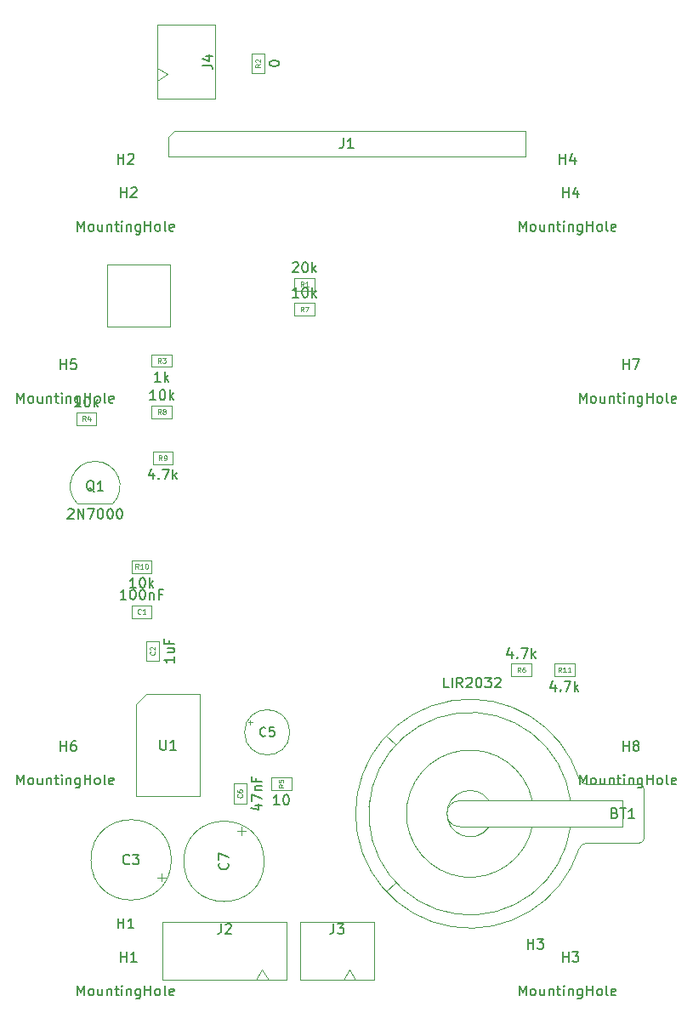
<source format=gbr>
%TF.GenerationSoftware,KiCad,Pcbnew,(5.1.8)-1*%
%TF.CreationDate,2022-11-15T12:17:50-08:00*%
%TF.ProjectId,RetroClock,52657472-6f43-46c6-9f63-6b2e6b696361,rev?*%
%TF.SameCoordinates,Original*%
%TF.FileFunction,Other,Fab,Top*%
%FSLAX46Y46*%
G04 Gerber Fmt 4.6, Leading zero omitted, Abs format (unit mm)*
G04 Created by KiCad (PCBNEW (5.1.8)-1) date 2022-11-15 12:17:50*
%MOMM*%
%LPD*%
G01*
G04 APERTURE LIST*
%ADD10C,0.100000*%
%ADD11C,0.150000*%
%ADD12C,0.080000*%
%ADD13C,0.135000*%
G04 APERTURE END LIST*
D10*
%TO.C,BT1*%
X168928800Y-130978400D02*
X169843200Y-131816600D01*
X168928800Y-146421600D02*
X169868600Y-145558000D01*
X188969400Y-141600000D02*
X194200000Y-141600000D01*
X194200000Y-135800000D02*
X188969400Y-135800000D01*
X194600000Y-141200000D02*
X194600000Y-136200000D01*
X192500000Y-137400000D02*
X176300000Y-137400000D01*
X176300000Y-140000000D02*
X192500000Y-140000000D01*
X192500000Y-140000000D02*
X192500000Y-137400000D01*
X194200000Y-141600000D02*
G75*
G03*
X194600000Y-141200000I0J400000D01*
G01*
X194200000Y-135800000D02*
G75*
G02*
X194600000Y-136200000I0J-400000D01*
G01*
X176300000Y-137400000D02*
G75*
G03*
X176300000Y-140000000I0J-1300000D01*
G01*
X188154277Y-142192182D02*
G75*
G02*
X189000000Y-141600000I845723J-307818D01*
G01*
X167300000Y-137400000D02*
G75*
G03*
X187300000Y-140000000I10000000J-1300000D01*
G01*
X170968450Y-138496369D02*
G75*
G03*
X183500000Y-140000000I6331550J-203631D01*
G01*
X175004552Y-138524167D02*
G75*
G03*
X179200000Y-140000000I2295448J-175833D01*
G01*
X175004552Y-138875833D02*
G75*
G02*
X179200000Y-137400000I2295448J175833D01*
G01*
X170968450Y-138903631D02*
G75*
G02*
X183500000Y-137400000I6331550J203631D01*
G01*
X167300000Y-140000000D02*
G75*
G02*
X187300000Y-137400000I10000000J1300000D01*
G01*
X165899701Y-138624649D02*
G75*
G03*
X188150000Y-142200000I11400299J-75351D01*
G01*
X165899701Y-138775351D02*
G75*
G02*
X188150000Y-135200000I11400299J75351D01*
G01*
X188154277Y-135207818D02*
G75*
G03*
X189000000Y-135800000I845723J307818D01*
G01*
%TO.C,C2*%
X146325000Y-121500000D02*
X146325000Y-123500000D01*
X145075000Y-121500000D02*
X146325000Y-121500000D01*
X145075000Y-123500000D02*
X145075000Y-121500000D01*
X146325000Y-123500000D02*
X145075000Y-123500000D01*
%TO.C,C6*%
X155025000Y-135700000D02*
X155025000Y-137700000D01*
X153775000Y-135700000D02*
X155025000Y-135700000D01*
X153775000Y-137700000D02*
X153775000Y-135700000D01*
X155025000Y-137700000D02*
X153775000Y-137700000D01*
%TO.C,C1*%
X143600000Y-117975000D02*
X145600000Y-117975000D01*
X143600000Y-119225000D02*
X143600000Y-117975000D01*
X145600000Y-119225000D02*
X143600000Y-119225000D01*
X145600000Y-117975000D02*
X145600000Y-119225000D01*
%TO.C,R11*%
X187700000Y-125025000D02*
X185700000Y-125025000D01*
X187700000Y-123775000D02*
X187700000Y-125025000D01*
X185700000Y-123775000D02*
X187700000Y-123775000D01*
X185700000Y-125025000D02*
X185700000Y-123775000D01*
%TO.C,R10*%
X145600000Y-114725000D02*
X143600000Y-114725000D01*
X145600000Y-113475000D02*
X145600000Y-114725000D01*
X143600000Y-113475000D02*
X145600000Y-113475000D01*
X143600000Y-114725000D02*
X143600000Y-113475000D01*
%TO.C,R9*%
X147700000Y-103925000D02*
X145700000Y-103925000D01*
X147700000Y-102675000D02*
X147700000Y-103925000D01*
X145700000Y-102675000D02*
X147700000Y-102675000D01*
X145700000Y-103925000D02*
X145700000Y-102675000D01*
%TO.C,R8*%
X145600000Y-98075000D02*
X147600000Y-98075000D01*
X145600000Y-99325000D02*
X145600000Y-98075000D01*
X147600000Y-99325000D02*
X145600000Y-99325000D01*
X147600000Y-98075000D02*
X147600000Y-99325000D01*
%TO.C,R7*%
X159800000Y-87875000D02*
X161800000Y-87875000D01*
X159800000Y-89125000D02*
X159800000Y-87875000D01*
X161800000Y-89125000D02*
X159800000Y-89125000D01*
X161800000Y-87875000D02*
X161800000Y-89125000D01*
%TO.C,R6*%
X181400000Y-123775000D02*
X183400000Y-123775000D01*
X181400000Y-125025000D02*
X181400000Y-123775000D01*
X183400000Y-125025000D02*
X181400000Y-125025000D01*
X183400000Y-123775000D02*
X183400000Y-125025000D01*
%TO.C,R5*%
X159500000Y-136325000D02*
X157500000Y-136325000D01*
X159500000Y-135075000D02*
X159500000Y-136325000D01*
X157500000Y-135075000D02*
X159500000Y-135075000D01*
X157500000Y-136325000D02*
X157500000Y-135075000D01*
%TO.C,R4*%
X138100000Y-98775000D02*
X140100000Y-98775000D01*
X138100000Y-100025000D02*
X138100000Y-98775000D01*
X140100000Y-100025000D02*
X138100000Y-100025000D01*
X140100000Y-98775000D02*
X140100000Y-100025000D01*
%TO.C,R3*%
X147600000Y-94225000D02*
X145600000Y-94225000D01*
X147600000Y-92975000D02*
X147600000Y-94225000D01*
X145600000Y-92975000D02*
X147600000Y-92975000D01*
X145600000Y-94225000D02*
X145600000Y-92975000D01*
%TO.C,R2*%
X156825000Y-63000000D02*
X156825000Y-65000000D01*
X155575000Y-63000000D02*
X156825000Y-63000000D01*
X155575000Y-65000000D02*
X155575000Y-63000000D01*
X156825000Y-65000000D02*
X155575000Y-65000000D01*
%TO.C,R1*%
X159800000Y-85375000D02*
X161800000Y-85375000D01*
X159800000Y-86625000D02*
X159800000Y-85375000D01*
X161800000Y-86625000D02*
X159800000Y-86625000D01*
X161800000Y-85375000D02*
X161800000Y-86625000D01*
%TO.C,Q1*%
X138200000Y-107850000D02*
X141700000Y-107850000D01*
X138216375Y-107853625D02*
G75*
G02*
X139970000Y-103620000I1753625J1753625D01*
G01*
X141723625Y-107853625D02*
G75*
G03*
X139970000Y-103620000I-1753625J1753625D01*
G01*
%TO.C,SW1*%
X147398800Y-90200700D02*
X147398800Y-84003100D01*
X141201200Y-90200700D02*
X147398800Y-90200700D01*
X141201200Y-84003100D02*
X141201200Y-90200700D01*
X147398800Y-84003100D02*
X141201200Y-84003100D01*
%TO.C,C7*%
X156800000Y-143450000D02*
G75*
G03*
X156800000Y-143450000I-4000000J0D01*
G01*
X154547500Y-140023241D02*
X154547500Y-140823241D01*
X154947500Y-140423241D02*
X154147500Y-140423241D01*
%TO.C,J4*%
X147150000Y-65100000D02*
X146150000Y-64475000D01*
X146150000Y-65725000D02*
X147150000Y-65100000D01*
X146150000Y-60150000D02*
X146150000Y-67550000D01*
X151900000Y-60150000D02*
X146150000Y-60150000D01*
X151900000Y-67550000D02*
X151900000Y-60150000D01*
X146150000Y-67550000D02*
X151900000Y-67550000D01*
%TO.C,J3*%
X165300000Y-154250000D02*
X164675000Y-155250000D01*
X165925000Y-155250000D02*
X165300000Y-154250000D01*
X160350000Y-155250000D02*
X167750000Y-155250000D01*
X160350000Y-149500000D02*
X160350000Y-155250000D01*
X167750000Y-149500000D02*
X160350000Y-149500000D01*
X167750000Y-155250000D02*
X167750000Y-149500000D01*
%TO.C,J2*%
X156600000Y-154250000D02*
X155975000Y-155250000D01*
X157225000Y-155250000D02*
X156600000Y-154250000D01*
X146650000Y-155250000D02*
X159050000Y-155250000D01*
X146650000Y-149500000D02*
X146650000Y-155250000D01*
X159050000Y-149500000D02*
X146650000Y-149500000D01*
X159050000Y-155250000D02*
X159050000Y-149500000D01*
%TO.C,U1*%
X145035000Y-126830000D02*
X150385000Y-126830000D01*
X150385000Y-126830000D02*
X150385000Y-136990000D01*
X150385000Y-136990000D02*
X144035000Y-136990000D01*
X144035000Y-136990000D02*
X144035000Y-127830000D01*
X144035000Y-127830000D02*
X145035000Y-126830000D01*
%TO.C,J1*%
X147230000Y-73270000D02*
X147230000Y-71365000D01*
X147230000Y-71365000D02*
X147865000Y-70730000D01*
X147865000Y-70730000D02*
X182790000Y-70730000D01*
X182790000Y-70730000D02*
X182790000Y-73270000D01*
X182790000Y-73270000D02*
X147230000Y-73270000D01*
%TO.C,C5*%
X159350000Y-130600000D02*
G75*
G03*
X159350000Y-130600000I-2250000J0D01*
G01*
X155181920Y-129622500D02*
X155631920Y-129622500D01*
X155406920Y-129397500D02*
X155406920Y-129847500D01*
%TO.C,C3*%
X147550000Y-143300000D02*
G75*
G03*
X147550000Y-143300000I-4000000J0D01*
G01*
X146976759Y-145047500D02*
X146176759Y-145047500D01*
X146576759Y-145447500D02*
X146576759Y-144647500D01*
%TD*%
%TO.C,BT1*%
D11*
X175166666Y-126152380D02*
X174690476Y-126152380D01*
X174690476Y-125152380D01*
X175500000Y-126152380D02*
X175500000Y-125152380D01*
X176547619Y-126152380D02*
X176214285Y-125676190D01*
X175976190Y-126152380D02*
X175976190Y-125152380D01*
X176357142Y-125152380D01*
X176452380Y-125200000D01*
X176500000Y-125247619D01*
X176547619Y-125342857D01*
X176547619Y-125485714D01*
X176500000Y-125580952D01*
X176452380Y-125628571D01*
X176357142Y-125676190D01*
X175976190Y-125676190D01*
X176928571Y-125247619D02*
X176976190Y-125200000D01*
X177071428Y-125152380D01*
X177309523Y-125152380D01*
X177404761Y-125200000D01*
X177452380Y-125247619D01*
X177500000Y-125342857D01*
X177500000Y-125438095D01*
X177452380Y-125580952D01*
X176880952Y-126152380D01*
X177500000Y-126152380D01*
X178119047Y-125152380D02*
X178214285Y-125152380D01*
X178309523Y-125200000D01*
X178357142Y-125247619D01*
X178404761Y-125342857D01*
X178452380Y-125533333D01*
X178452380Y-125771428D01*
X178404761Y-125961904D01*
X178357142Y-126057142D01*
X178309523Y-126104761D01*
X178214285Y-126152380D01*
X178119047Y-126152380D01*
X178023809Y-126104761D01*
X177976190Y-126057142D01*
X177928571Y-125961904D01*
X177880952Y-125771428D01*
X177880952Y-125533333D01*
X177928571Y-125342857D01*
X177976190Y-125247619D01*
X178023809Y-125200000D01*
X178119047Y-125152380D01*
X178785714Y-125152380D02*
X179404761Y-125152380D01*
X179071428Y-125533333D01*
X179214285Y-125533333D01*
X179309523Y-125580952D01*
X179357142Y-125628571D01*
X179404761Y-125723809D01*
X179404761Y-125961904D01*
X179357142Y-126057142D01*
X179309523Y-126104761D01*
X179214285Y-126152380D01*
X178928571Y-126152380D01*
X178833333Y-126104761D01*
X178785714Y-126057142D01*
X179785714Y-125247619D02*
X179833333Y-125200000D01*
X179928571Y-125152380D01*
X180166666Y-125152380D01*
X180261904Y-125200000D01*
X180309523Y-125247619D01*
X180357142Y-125342857D01*
X180357142Y-125438095D01*
X180309523Y-125580952D01*
X179738095Y-126152380D01*
X180357142Y-126152380D01*
X191714285Y-138628571D02*
X191857142Y-138676190D01*
X191904761Y-138723809D01*
X191952380Y-138819047D01*
X191952380Y-138961904D01*
X191904761Y-139057142D01*
X191857142Y-139104761D01*
X191761904Y-139152380D01*
X191380952Y-139152380D01*
X191380952Y-138152380D01*
X191714285Y-138152380D01*
X191809523Y-138200000D01*
X191857142Y-138247619D01*
X191904761Y-138342857D01*
X191904761Y-138438095D01*
X191857142Y-138533333D01*
X191809523Y-138580952D01*
X191714285Y-138628571D01*
X191380952Y-138628571D01*
X192238095Y-138152380D02*
X192809523Y-138152380D01*
X192523809Y-139152380D02*
X192523809Y-138152380D01*
X193666666Y-139152380D02*
X193095238Y-139152380D01*
X193380952Y-139152380D02*
X193380952Y-138152380D01*
X193285714Y-138295238D01*
X193190476Y-138390476D01*
X193095238Y-138438095D01*
%TO.C,C2*%
X147832380Y-123095238D02*
X147832380Y-123666666D01*
X147832380Y-123380952D02*
X146832380Y-123380952D01*
X146975238Y-123476190D01*
X147070476Y-123571428D01*
X147118095Y-123666666D01*
X147165714Y-122238095D02*
X147832380Y-122238095D01*
X147165714Y-122666666D02*
X147689523Y-122666666D01*
X147784761Y-122619047D01*
X147832380Y-122523809D01*
X147832380Y-122380952D01*
X147784761Y-122285714D01*
X147737142Y-122238095D01*
X147308571Y-121428571D02*
X147308571Y-121761904D01*
X147832380Y-121761904D02*
X146832380Y-121761904D01*
X146832380Y-121285714D01*
D12*
X145878571Y-122583333D02*
X145902380Y-122607142D01*
X145926190Y-122678571D01*
X145926190Y-122726190D01*
X145902380Y-122797619D01*
X145854761Y-122845238D01*
X145807142Y-122869047D01*
X145711904Y-122892857D01*
X145640476Y-122892857D01*
X145545238Y-122869047D01*
X145497619Y-122845238D01*
X145450000Y-122797619D01*
X145426190Y-122726190D01*
X145426190Y-122678571D01*
X145450000Y-122607142D01*
X145473809Y-122583333D01*
X145473809Y-122392857D02*
X145450000Y-122369047D01*
X145426190Y-122321428D01*
X145426190Y-122202380D01*
X145450000Y-122154761D01*
X145473809Y-122130952D01*
X145521428Y-122107142D01*
X145569047Y-122107142D01*
X145640476Y-122130952D01*
X145926190Y-122416666D01*
X145926190Y-122107142D01*
%TO.C,C6*%
D11*
X155865714Y-137866666D02*
X156532380Y-137866666D01*
X155484761Y-138104761D02*
X156199047Y-138342857D01*
X156199047Y-137723809D01*
X155532380Y-137438095D02*
X155532380Y-136771428D01*
X156532380Y-137200000D01*
X155865714Y-136390476D02*
X156532380Y-136390476D01*
X155960952Y-136390476D02*
X155913333Y-136342857D01*
X155865714Y-136247619D01*
X155865714Y-136104761D01*
X155913333Y-136009523D01*
X156008571Y-135961904D01*
X156532380Y-135961904D01*
X156008571Y-135152380D02*
X156008571Y-135485714D01*
X156532380Y-135485714D02*
X155532380Y-135485714D01*
X155532380Y-135009523D01*
D12*
X154578571Y-136783333D02*
X154602380Y-136807142D01*
X154626190Y-136878571D01*
X154626190Y-136926190D01*
X154602380Y-136997619D01*
X154554761Y-137045238D01*
X154507142Y-137069047D01*
X154411904Y-137092857D01*
X154340476Y-137092857D01*
X154245238Y-137069047D01*
X154197619Y-137045238D01*
X154150000Y-136997619D01*
X154126190Y-136926190D01*
X154126190Y-136878571D01*
X154150000Y-136807142D01*
X154173809Y-136783333D01*
X154126190Y-136354761D02*
X154126190Y-136450000D01*
X154150000Y-136497619D01*
X154173809Y-136521428D01*
X154245238Y-136569047D01*
X154340476Y-136592857D01*
X154530952Y-136592857D01*
X154578571Y-136569047D01*
X154602380Y-136545238D01*
X154626190Y-136497619D01*
X154626190Y-136402380D01*
X154602380Y-136354761D01*
X154578571Y-136330952D01*
X154530952Y-136307142D01*
X154411904Y-136307142D01*
X154364285Y-136330952D01*
X154340476Y-136354761D01*
X154316666Y-136402380D01*
X154316666Y-136497619D01*
X154340476Y-136545238D01*
X154364285Y-136569047D01*
X154411904Y-136592857D01*
%TO.C,C1*%
D11*
X143052380Y-117372380D02*
X142480952Y-117372380D01*
X142766666Y-117372380D02*
X142766666Y-116372380D01*
X142671428Y-116515238D01*
X142576190Y-116610476D01*
X142480952Y-116658095D01*
X143671428Y-116372380D02*
X143766666Y-116372380D01*
X143861904Y-116420000D01*
X143909523Y-116467619D01*
X143957142Y-116562857D01*
X144004761Y-116753333D01*
X144004761Y-116991428D01*
X143957142Y-117181904D01*
X143909523Y-117277142D01*
X143861904Y-117324761D01*
X143766666Y-117372380D01*
X143671428Y-117372380D01*
X143576190Y-117324761D01*
X143528571Y-117277142D01*
X143480952Y-117181904D01*
X143433333Y-116991428D01*
X143433333Y-116753333D01*
X143480952Y-116562857D01*
X143528571Y-116467619D01*
X143576190Y-116420000D01*
X143671428Y-116372380D01*
X144623809Y-116372380D02*
X144719047Y-116372380D01*
X144814285Y-116420000D01*
X144861904Y-116467619D01*
X144909523Y-116562857D01*
X144957142Y-116753333D01*
X144957142Y-116991428D01*
X144909523Y-117181904D01*
X144861904Y-117277142D01*
X144814285Y-117324761D01*
X144719047Y-117372380D01*
X144623809Y-117372380D01*
X144528571Y-117324761D01*
X144480952Y-117277142D01*
X144433333Y-117181904D01*
X144385714Y-116991428D01*
X144385714Y-116753333D01*
X144433333Y-116562857D01*
X144480952Y-116467619D01*
X144528571Y-116420000D01*
X144623809Y-116372380D01*
X145385714Y-116705714D02*
X145385714Y-117372380D01*
X145385714Y-116800952D02*
X145433333Y-116753333D01*
X145528571Y-116705714D01*
X145671428Y-116705714D01*
X145766666Y-116753333D01*
X145814285Y-116848571D01*
X145814285Y-117372380D01*
X146623809Y-116848571D02*
X146290476Y-116848571D01*
X146290476Y-117372380D02*
X146290476Y-116372380D01*
X146766666Y-116372380D01*
D12*
X144516666Y-118778571D02*
X144492857Y-118802380D01*
X144421428Y-118826190D01*
X144373809Y-118826190D01*
X144302380Y-118802380D01*
X144254761Y-118754761D01*
X144230952Y-118707142D01*
X144207142Y-118611904D01*
X144207142Y-118540476D01*
X144230952Y-118445238D01*
X144254761Y-118397619D01*
X144302380Y-118350000D01*
X144373809Y-118326190D01*
X144421428Y-118326190D01*
X144492857Y-118350000D01*
X144516666Y-118373809D01*
X144992857Y-118826190D02*
X144707142Y-118826190D01*
X144850000Y-118826190D02*
X144850000Y-118326190D01*
X144802380Y-118397619D01*
X144754761Y-118445238D01*
X144707142Y-118469047D01*
%TO.C,R11*%
D11*
X185771428Y-125835714D02*
X185771428Y-126502380D01*
X185533333Y-125454761D02*
X185295238Y-126169047D01*
X185914285Y-126169047D01*
X186295238Y-126407142D02*
X186342857Y-126454761D01*
X186295238Y-126502380D01*
X186247619Y-126454761D01*
X186295238Y-126407142D01*
X186295238Y-126502380D01*
X186676190Y-125502380D02*
X187342857Y-125502380D01*
X186914285Y-126502380D01*
X187723809Y-126502380D02*
X187723809Y-125502380D01*
X187819047Y-126121428D02*
X188104761Y-126502380D01*
X188104761Y-125835714D02*
X187723809Y-126216666D01*
D12*
X186378571Y-124626190D02*
X186211904Y-124388095D01*
X186092857Y-124626190D02*
X186092857Y-124126190D01*
X186283333Y-124126190D01*
X186330952Y-124150000D01*
X186354761Y-124173809D01*
X186378571Y-124221428D01*
X186378571Y-124292857D01*
X186354761Y-124340476D01*
X186330952Y-124364285D01*
X186283333Y-124388095D01*
X186092857Y-124388095D01*
X186854761Y-124626190D02*
X186569047Y-124626190D01*
X186711904Y-124626190D02*
X186711904Y-124126190D01*
X186664285Y-124197619D01*
X186616666Y-124245238D01*
X186569047Y-124269047D01*
X187330952Y-124626190D02*
X187045238Y-124626190D01*
X187188095Y-124626190D02*
X187188095Y-124126190D01*
X187140476Y-124197619D01*
X187092857Y-124245238D01*
X187045238Y-124269047D01*
%TO.C,R10*%
D11*
X144004761Y-116202380D02*
X143433333Y-116202380D01*
X143719047Y-116202380D02*
X143719047Y-115202380D01*
X143623809Y-115345238D01*
X143528571Y-115440476D01*
X143433333Y-115488095D01*
X144623809Y-115202380D02*
X144719047Y-115202380D01*
X144814285Y-115250000D01*
X144861904Y-115297619D01*
X144909523Y-115392857D01*
X144957142Y-115583333D01*
X144957142Y-115821428D01*
X144909523Y-116011904D01*
X144861904Y-116107142D01*
X144814285Y-116154761D01*
X144719047Y-116202380D01*
X144623809Y-116202380D01*
X144528571Y-116154761D01*
X144480952Y-116107142D01*
X144433333Y-116011904D01*
X144385714Y-115821428D01*
X144385714Y-115583333D01*
X144433333Y-115392857D01*
X144480952Y-115297619D01*
X144528571Y-115250000D01*
X144623809Y-115202380D01*
X145385714Y-116202380D02*
X145385714Y-115202380D01*
X145480952Y-115821428D02*
X145766666Y-116202380D01*
X145766666Y-115535714D02*
X145385714Y-115916666D01*
D12*
X144278571Y-114326190D02*
X144111904Y-114088095D01*
X143992857Y-114326190D02*
X143992857Y-113826190D01*
X144183333Y-113826190D01*
X144230952Y-113850000D01*
X144254761Y-113873809D01*
X144278571Y-113921428D01*
X144278571Y-113992857D01*
X144254761Y-114040476D01*
X144230952Y-114064285D01*
X144183333Y-114088095D01*
X143992857Y-114088095D01*
X144754761Y-114326190D02*
X144469047Y-114326190D01*
X144611904Y-114326190D02*
X144611904Y-113826190D01*
X144564285Y-113897619D01*
X144516666Y-113945238D01*
X144469047Y-113969047D01*
X145064285Y-113826190D02*
X145111904Y-113826190D01*
X145159523Y-113850000D01*
X145183333Y-113873809D01*
X145207142Y-113921428D01*
X145230952Y-114016666D01*
X145230952Y-114135714D01*
X145207142Y-114230952D01*
X145183333Y-114278571D01*
X145159523Y-114302380D01*
X145111904Y-114326190D01*
X145064285Y-114326190D01*
X145016666Y-114302380D01*
X144992857Y-114278571D01*
X144969047Y-114230952D01*
X144945238Y-114135714D01*
X144945238Y-114016666D01*
X144969047Y-113921428D01*
X144992857Y-113873809D01*
X145016666Y-113850000D01*
X145064285Y-113826190D01*
%TO.C,R9*%
D11*
X145771428Y-104735714D02*
X145771428Y-105402380D01*
X145533333Y-104354761D02*
X145295238Y-105069047D01*
X145914285Y-105069047D01*
X146295238Y-105307142D02*
X146342857Y-105354761D01*
X146295238Y-105402380D01*
X146247619Y-105354761D01*
X146295238Y-105307142D01*
X146295238Y-105402380D01*
X146676190Y-104402380D02*
X147342857Y-104402380D01*
X146914285Y-105402380D01*
X147723809Y-105402380D02*
X147723809Y-104402380D01*
X147819047Y-105021428D02*
X148104761Y-105402380D01*
X148104761Y-104735714D02*
X147723809Y-105116666D01*
D12*
X146616666Y-103526190D02*
X146450000Y-103288095D01*
X146330952Y-103526190D02*
X146330952Y-103026190D01*
X146521428Y-103026190D01*
X146569047Y-103050000D01*
X146592857Y-103073809D01*
X146616666Y-103121428D01*
X146616666Y-103192857D01*
X146592857Y-103240476D01*
X146569047Y-103264285D01*
X146521428Y-103288095D01*
X146330952Y-103288095D01*
X146854761Y-103526190D02*
X146950000Y-103526190D01*
X146997619Y-103502380D01*
X147021428Y-103478571D01*
X147069047Y-103407142D01*
X147092857Y-103311904D01*
X147092857Y-103121428D01*
X147069047Y-103073809D01*
X147045238Y-103050000D01*
X146997619Y-103026190D01*
X146902380Y-103026190D01*
X146854761Y-103050000D01*
X146830952Y-103073809D01*
X146807142Y-103121428D01*
X146807142Y-103240476D01*
X146830952Y-103288095D01*
X146854761Y-103311904D01*
X146902380Y-103335714D01*
X146997619Y-103335714D01*
X147045238Y-103311904D01*
X147069047Y-103288095D01*
X147092857Y-103240476D01*
%TO.C,R8*%
D11*
X146004761Y-97502380D02*
X145433333Y-97502380D01*
X145719047Y-97502380D02*
X145719047Y-96502380D01*
X145623809Y-96645238D01*
X145528571Y-96740476D01*
X145433333Y-96788095D01*
X146623809Y-96502380D02*
X146719047Y-96502380D01*
X146814285Y-96550000D01*
X146861904Y-96597619D01*
X146909523Y-96692857D01*
X146957142Y-96883333D01*
X146957142Y-97121428D01*
X146909523Y-97311904D01*
X146861904Y-97407142D01*
X146814285Y-97454761D01*
X146719047Y-97502380D01*
X146623809Y-97502380D01*
X146528571Y-97454761D01*
X146480952Y-97407142D01*
X146433333Y-97311904D01*
X146385714Y-97121428D01*
X146385714Y-96883333D01*
X146433333Y-96692857D01*
X146480952Y-96597619D01*
X146528571Y-96550000D01*
X146623809Y-96502380D01*
X147385714Y-97502380D02*
X147385714Y-96502380D01*
X147480952Y-97121428D02*
X147766666Y-97502380D01*
X147766666Y-96835714D02*
X147385714Y-97216666D01*
D12*
X146516666Y-98926190D02*
X146350000Y-98688095D01*
X146230952Y-98926190D02*
X146230952Y-98426190D01*
X146421428Y-98426190D01*
X146469047Y-98450000D01*
X146492857Y-98473809D01*
X146516666Y-98521428D01*
X146516666Y-98592857D01*
X146492857Y-98640476D01*
X146469047Y-98664285D01*
X146421428Y-98688095D01*
X146230952Y-98688095D01*
X146802380Y-98640476D02*
X146754761Y-98616666D01*
X146730952Y-98592857D01*
X146707142Y-98545238D01*
X146707142Y-98521428D01*
X146730952Y-98473809D01*
X146754761Y-98450000D01*
X146802380Y-98426190D01*
X146897619Y-98426190D01*
X146945238Y-98450000D01*
X146969047Y-98473809D01*
X146992857Y-98521428D01*
X146992857Y-98545238D01*
X146969047Y-98592857D01*
X146945238Y-98616666D01*
X146897619Y-98640476D01*
X146802380Y-98640476D01*
X146754761Y-98664285D01*
X146730952Y-98688095D01*
X146707142Y-98735714D01*
X146707142Y-98830952D01*
X146730952Y-98878571D01*
X146754761Y-98902380D01*
X146802380Y-98926190D01*
X146897619Y-98926190D01*
X146945238Y-98902380D01*
X146969047Y-98878571D01*
X146992857Y-98830952D01*
X146992857Y-98735714D01*
X146969047Y-98688095D01*
X146945238Y-98664285D01*
X146897619Y-98640476D01*
%TO.C,R7*%
D11*
X160204761Y-87302380D02*
X159633333Y-87302380D01*
X159919047Y-87302380D02*
X159919047Y-86302380D01*
X159823809Y-86445238D01*
X159728571Y-86540476D01*
X159633333Y-86588095D01*
X160823809Y-86302380D02*
X160919047Y-86302380D01*
X161014285Y-86350000D01*
X161061904Y-86397619D01*
X161109523Y-86492857D01*
X161157142Y-86683333D01*
X161157142Y-86921428D01*
X161109523Y-87111904D01*
X161061904Y-87207142D01*
X161014285Y-87254761D01*
X160919047Y-87302380D01*
X160823809Y-87302380D01*
X160728571Y-87254761D01*
X160680952Y-87207142D01*
X160633333Y-87111904D01*
X160585714Y-86921428D01*
X160585714Y-86683333D01*
X160633333Y-86492857D01*
X160680952Y-86397619D01*
X160728571Y-86350000D01*
X160823809Y-86302380D01*
X161585714Y-87302380D02*
X161585714Y-86302380D01*
X161680952Y-86921428D02*
X161966666Y-87302380D01*
X161966666Y-86635714D02*
X161585714Y-87016666D01*
D12*
X160716666Y-88726190D02*
X160550000Y-88488095D01*
X160430952Y-88726190D02*
X160430952Y-88226190D01*
X160621428Y-88226190D01*
X160669047Y-88250000D01*
X160692857Y-88273809D01*
X160716666Y-88321428D01*
X160716666Y-88392857D01*
X160692857Y-88440476D01*
X160669047Y-88464285D01*
X160621428Y-88488095D01*
X160430952Y-88488095D01*
X160883333Y-88226190D02*
X161216666Y-88226190D01*
X161002380Y-88726190D01*
%TO.C,R6*%
D11*
X181471428Y-122535714D02*
X181471428Y-123202380D01*
X181233333Y-122154761D02*
X180995238Y-122869047D01*
X181614285Y-122869047D01*
X181995238Y-123107142D02*
X182042857Y-123154761D01*
X181995238Y-123202380D01*
X181947619Y-123154761D01*
X181995238Y-123107142D01*
X181995238Y-123202380D01*
X182376190Y-122202380D02*
X183042857Y-122202380D01*
X182614285Y-123202380D01*
X183423809Y-123202380D02*
X183423809Y-122202380D01*
X183519047Y-122821428D02*
X183804761Y-123202380D01*
X183804761Y-122535714D02*
X183423809Y-122916666D01*
D12*
X182316666Y-124626190D02*
X182150000Y-124388095D01*
X182030952Y-124626190D02*
X182030952Y-124126190D01*
X182221428Y-124126190D01*
X182269047Y-124150000D01*
X182292857Y-124173809D01*
X182316666Y-124221428D01*
X182316666Y-124292857D01*
X182292857Y-124340476D01*
X182269047Y-124364285D01*
X182221428Y-124388095D01*
X182030952Y-124388095D01*
X182745238Y-124126190D02*
X182650000Y-124126190D01*
X182602380Y-124150000D01*
X182578571Y-124173809D01*
X182530952Y-124245238D01*
X182507142Y-124340476D01*
X182507142Y-124530952D01*
X182530952Y-124578571D01*
X182554761Y-124602380D01*
X182602380Y-124626190D01*
X182697619Y-124626190D01*
X182745238Y-124602380D01*
X182769047Y-124578571D01*
X182792857Y-124530952D01*
X182792857Y-124411904D01*
X182769047Y-124364285D01*
X182745238Y-124340476D01*
X182697619Y-124316666D01*
X182602380Y-124316666D01*
X182554761Y-124340476D01*
X182530952Y-124364285D01*
X182507142Y-124411904D01*
%TO.C,R5*%
D11*
X158309523Y-137802380D02*
X157738095Y-137802380D01*
X158023809Y-137802380D02*
X158023809Y-136802380D01*
X157928571Y-136945238D01*
X157833333Y-137040476D01*
X157738095Y-137088095D01*
X158928571Y-136802380D02*
X159023809Y-136802380D01*
X159119047Y-136850000D01*
X159166666Y-136897619D01*
X159214285Y-136992857D01*
X159261904Y-137183333D01*
X159261904Y-137421428D01*
X159214285Y-137611904D01*
X159166666Y-137707142D01*
X159119047Y-137754761D01*
X159023809Y-137802380D01*
X158928571Y-137802380D01*
X158833333Y-137754761D01*
X158785714Y-137707142D01*
X158738095Y-137611904D01*
X158690476Y-137421428D01*
X158690476Y-137183333D01*
X158738095Y-136992857D01*
X158785714Y-136897619D01*
X158833333Y-136850000D01*
X158928571Y-136802380D01*
D12*
X158726190Y-135783333D02*
X158488095Y-135950000D01*
X158726190Y-136069047D02*
X158226190Y-136069047D01*
X158226190Y-135878571D01*
X158250000Y-135830952D01*
X158273809Y-135807142D01*
X158321428Y-135783333D01*
X158392857Y-135783333D01*
X158440476Y-135807142D01*
X158464285Y-135830952D01*
X158488095Y-135878571D01*
X158488095Y-136069047D01*
X158226190Y-135330952D02*
X158226190Y-135569047D01*
X158464285Y-135592857D01*
X158440476Y-135569047D01*
X158416666Y-135521428D01*
X158416666Y-135402380D01*
X158440476Y-135354761D01*
X158464285Y-135330952D01*
X158511904Y-135307142D01*
X158630952Y-135307142D01*
X158678571Y-135330952D01*
X158702380Y-135354761D01*
X158726190Y-135402380D01*
X158726190Y-135521428D01*
X158702380Y-135569047D01*
X158678571Y-135592857D01*
%TO.C,R4*%
D11*
X138504761Y-98202380D02*
X137933333Y-98202380D01*
X138219047Y-98202380D02*
X138219047Y-97202380D01*
X138123809Y-97345238D01*
X138028571Y-97440476D01*
X137933333Y-97488095D01*
X139123809Y-97202380D02*
X139219047Y-97202380D01*
X139314285Y-97250000D01*
X139361904Y-97297619D01*
X139409523Y-97392857D01*
X139457142Y-97583333D01*
X139457142Y-97821428D01*
X139409523Y-98011904D01*
X139361904Y-98107142D01*
X139314285Y-98154761D01*
X139219047Y-98202380D01*
X139123809Y-98202380D01*
X139028571Y-98154761D01*
X138980952Y-98107142D01*
X138933333Y-98011904D01*
X138885714Y-97821428D01*
X138885714Y-97583333D01*
X138933333Y-97392857D01*
X138980952Y-97297619D01*
X139028571Y-97250000D01*
X139123809Y-97202380D01*
X139885714Y-98202380D02*
X139885714Y-97202380D01*
X139980952Y-97821428D02*
X140266666Y-98202380D01*
X140266666Y-97535714D02*
X139885714Y-97916666D01*
D12*
X139016666Y-99626190D02*
X138850000Y-99388095D01*
X138730952Y-99626190D02*
X138730952Y-99126190D01*
X138921428Y-99126190D01*
X138969047Y-99150000D01*
X138992857Y-99173809D01*
X139016666Y-99221428D01*
X139016666Y-99292857D01*
X138992857Y-99340476D01*
X138969047Y-99364285D01*
X138921428Y-99388095D01*
X138730952Y-99388095D01*
X139445238Y-99292857D02*
X139445238Y-99626190D01*
X139326190Y-99102380D02*
X139207142Y-99459523D01*
X139516666Y-99459523D01*
%TO.C,R3*%
D11*
X146480952Y-95702380D02*
X145909523Y-95702380D01*
X146195238Y-95702380D02*
X146195238Y-94702380D01*
X146100000Y-94845238D01*
X146004761Y-94940476D01*
X145909523Y-94988095D01*
X146909523Y-95702380D02*
X146909523Y-94702380D01*
X147004761Y-95321428D02*
X147290476Y-95702380D01*
X147290476Y-95035714D02*
X146909523Y-95416666D01*
D12*
X146516666Y-93826190D02*
X146350000Y-93588095D01*
X146230952Y-93826190D02*
X146230952Y-93326190D01*
X146421428Y-93326190D01*
X146469047Y-93350000D01*
X146492857Y-93373809D01*
X146516666Y-93421428D01*
X146516666Y-93492857D01*
X146492857Y-93540476D01*
X146469047Y-93564285D01*
X146421428Y-93588095D01*
X146230952Y-93588095D01*
X146683333Y-93326190D02*
X146992857Y-93326190D01*
X146826190Y-93516666D01*
X146897619Y-93516666D01*
X146945238Y-93540476D01*
X146969047Y-93564285D01*
X146992857Y-93611904D01*
X146992857Y-93730952D01*
X146969047Y-93778571D01*
X146945238Y-93802380D01*
X146897619Y-93826190D01*
X146754761Y-93826190D01*
X146707142Y-93802380D01*
X146683333Y-93778571D01*
%TO.C,R2*%
D11*
X157302380Y-64047619D02*
X157302380Y-63952380D01*
X157350000Y-63857142D01*
X157397619Y-63809523D01*
X157492857Y-63761904D01*
X157683333Y-63714285D01*
X157921428Y-63714285D01*
X158111904Y-63761904D01*
X158207142Y-63809523D01*
X158254761Y-63857142D01*
X158302380Y-63952380D01*
X158302380Y-64047619D01*
X158254761Y-64142857D01*
X158207142Y-64190476D01*
X158111904Y-64238095D01*
X157921428Y-64285714D01*
X157683333Y-64285714D01*
X157492857Y-64238095D01*
X157397619Y-64190476D01*
X157350000Y-64142857D01*
X157302380Y-64047619D01*
D12*
X156426190Y-64083333D02*
X156188095Y-64250000D01*
X156426190Y-64369047D02*
X155926190Y-64369047D01*
X155926190Y-64178571D01*
X155950000Y-64130952D01*
X155973809Y-64107142D01*
X156021428Y-64083333D01*
X156092857Y-64083333D01*
X156140476Y-64107142D01*
X156164285Y-64130952D01*
X156188095Y-64178571D01*
X156188095Y-64369047D01*
X155973809Y-63892857D02*
X155950000Y-63869047D01*
X155926190Y-63821428D01*
X155926190Y-63702380D01*
X155950000Y-63654761D01*
X155973809Y-63630952D01*
X156021428Y-63607142D01*
X156069047Y-63607142D01*
X156140476Y-63630952D01*
X156426190Y-63916666D01*
X156426190Y-63607142D01*
%TO.C,R1*%
D11*
X159633333Y-83897619D02*
X159680952Y-83850000D01*
X159776190Y-83802380D01*
X160014285Y-83802380D01*
X160109523Y-83850000D01*
X160157142Y-83897619D01*
X160204761Y-83992857D01*
X160204761Y-84088095D01*
X160157142Y-84230952D01*
X159585714Y-84802380D01*
X160204761Y-84802380D01*
X160823809Y-83802380D02*
X160919047Y-83802380D01*
X161014285Y-83850000D01*
X161061904Y-83897619D01*
X161109523Y-83992857D01*
X161157142Y-84183333D01*
X161157142Y-84421428D01*
X161109523Y-84611904D01*
X161061904Y-84707142D01*
X161014285Y-84754761D01*
X160919047Y-84802380D01*
X160823809Y-84802380D01*
X160728571Y-84754761D01*
X160680952Y-84707142D01*
X160633333Y-84611904D01*
X160585714Y-84421428D01*
X160585714Y-84183333D01*
X160633333Y-83992857D01*
X160680952Y-83897619D01*
X160728571Y-83850000D01*
X160823809Y-83802380D01*
X161585714Y-84802380D02*
X161585714Y-83802380D01*
X161680952Y-84421428D02*
X161966666Y-84802380D01*
X161966666Y-84135714D02*
X161585714Y-84516666D01*
D12*
X160716666Y-86226190D02*
X160550000Y-85988095D01*
X160430952Y-86226190D02*
X160430952Y-85726190D01*
X160621428Y-85726190D01*
X160669047Y-85750000D01*
X160692857Y-85773809D01*
X160716666Y-85821428D01*
X160716666Y-85892857D01*
X160692857Y-85940476D01*
X160669047Y-85964285D01*
X160621428Y-85988095D01*
X160430952Y-85988095D01*
X161192857Y-86226190D02*
X160907142Y-86226190D01*
X161050000Y-86226190D02*
X161050000Y-85726190D01*
X161002380Y-85797619D01*
X160954761Y-85845238D01*
X160907142Y-85869047D01*
%TO.C,Q1*%
D11*
X137255714Y-108437619D02*
X137303333Y-108390000D01*
X137398571Y-108342380D01*
X137636666Y-108342380D01*
X137731904Y-108390000D01*
X137779523Y-108437619D01*
X137827142Y-108532857D01*
X137827142Y-108628095D01*
X137779523Y-108770952D01*
X137208095Y-109342380D01*
X137827142Y-109342380D01*
X138255714Y-109342380D02*
X138255714Y-108342380D01*
X138827142Y-109342380D01*
X138827142Y-108342380D01*
X139208095Y-108342380D02*
X139874761Y-108342380D01*
X139446190Y-109342380D01*
X140446190Y-108342380D02*
X140541428Y-108342380D01*
X140636666Y-108390000D01*
X140684285Y-108437619D01*
X140731904Y-108532857D01*
X140779523Y-108723333D01*
X140779523Y-108961428D01*
X140731904Y-109151904D01*
X140684285Y-109247142D01*
X140636666Y-109294761D01*
X140541428Y-109342380D01*
X140446190Y-109342380D01*
X140350952Y-109294761D01*
X140303333Y-109247142D01*
X140255714Y-109151904D01*
X140208095Y-108961428D01*
X140208095Y-108723333D01*
X140255714Y-108532857D01*
X140303333Y-108437619D01*
X140350952Y-108390000D01*
X140446190Y-108342380D01*
X141398571Y-108342380D02*
X141493809Y-108342380D01*
X141589047Y-108390000D01*
X141636666Y-108437619D01*
X141684285Y-108532857D01*
X141731904Y-108723333D01*
X141731904Y-108961428D01*
X141684285Y-109151904D01*
X141636666Y-109247142D01*
X141589047Y-109294761D01*
X141493809Y-109342380D01*
X141398571Y-109342380D01*
X141303333Y-109294761D01*
X141255714Y-109247142D01*
X141208095Y-109151904D01*
X141160476Y-108961428D01*
X141160476Y-108723333D01*
X141208095Y-108532857D01*
X141255714Y-108437619D01*
X141303333Y-108390000D01*
X141398571Y-108342380D01*
X142350952Y-108342380D02*
X142446190Y-108342380D01*
X142541428Y-108390000D01*
X142589047Y-108437619D01*
X142636666Y-108532857D01*
X142684285Y-108723333D01*
X142684285Y-108961428D01*
X142636666Y-109151904D01*
X142589047Y-109247142D01*
X142541428Y-109294761D01*
X142446190Y-109342380D01*
X142350952Y-109342380D01*
X142255714Y-109294761D01*
X142208095Y-109247142D01*
X142160476Y-109151904D01*
X142112857Y-108961428D01*
X142112857Y-108723333D01*
X142160476Y-108532857D01*
X142208095Y-108437619D01*
X142255714Y-108390000D01*
X142350952Y-108342380D01*
X139874761Y-106647619D02*
X139779523Y-106600000D01*
X139684285Y-106504761D01*
X139541428Y-106361904D01*
X139446190Y-106314285D01*
X139350952Y-106314285D01*
X139398571Y-106552380D02*
X139303333Y-106504761D01*
X139208095Y-106409523D01*
X139160476Y-106219047D01*
X139160476Y-105885714D01*
X139208095Y-105695238D01*
X139303333Y-105600000D01*
X139398571Y-105552380D01*
X139589047Y-105552380D01*
X139684285Y-105600000D01*
X139779523Y-105695238D01*
X139827142Y-105885714D01*
X139827142Y-106219047D01*
X139779523Y-106409523D01*
X139684285Y-106504761D01*
X139589047Y-106552380D01*
X139398571Y-106552380D01*
X140779523Y-106552380D02*
X140208095Y-106552380D01*
X140493809Y-106552380D02*
X140493809Y-105552380D01*
X140398571Y-105695238D01*
X140303333Y-105790476D01*
X140208095Y-105838095D01*
%TO.C,C7*%
X153157142Y-143616666D02*
X153204761Y-143664285D01*
X153252380Y-143807142D01*
X153252380Y-143902380D01*
X153204761Y-144045238D01*
X153109523Y-144140476D01*
X153014285Y-144188095D01*
X152823809Y-144235714D01*
X152680952Y-144235714D01*
X152490476Y-144188095D01*
X152395238Y-144140476D01*
X152300000Y-144045238D01*
X152252380Y-143902380D01*
X152252380Y-143807142D01*
X152300000Y-143664285D01*
X152347619Y-143616666D01*
X152252380Y-143283333D02*
X152252380Y-142616666D01*
X153252380Y-143045238D01*
%TO.C,J4*%
X150652380Y-64183333D02*
X151366666Y-64183333D01*
X151509523Y-64230952D01*
X151604761Y-64326190D01*
X151652380Y-64469047D01*
X151652380Y-64564285D01*
X150985714Y-63278571D02*
X151652380Y-63278571D01*
X150604761Y-63516666D02*
X151319047Y-63754761D01*
X151319047Y-63135714D01*
%TO.C,J3*%
X163716666Y-149652380D02*
X163716666Y-150366666D01*
X163669047Y-150509523D01*
X163573809Y-150604761D01*
X163430952Y-150652380D01*
X163335714Y-150652380D01*
X164097619Y-149652380D02*
X164716666Y-149652380D01*
X164383333Y-150033333D01*
X164526190Y-150033333D01*
X164621428Y-150080952D01*
X164669047Y-150128571D01*
X164716666Y-150223809D01*
X164716666Y-150461904D01*
X164669047Y-150557142D01*
X164621428Y-150604761D01*
X164526190Y-150652380D01*
X164240476Y-150652380D01*
X164145238Y-150604761D01*
X164097619Y-150557142D01*
%TO.C,J2*%
X152516666Y-149652380D02*
X152516666Y-150366666D01*
X152469047Y-150509523D01*
X152373809Y-150604761D01*
X152230952Y-150652380D01*
X152135714Y-150652380D01*
X152945238Y-149747619D02*
X152992857Y-149700000D01*
X153088095Y-149652380D01*
X153326190Y-149652380D01*
X153421428Y-149700000D01*
X153469047Y-149747619D01*
X153516666Y-149842857D01*
X153516666Y-149938095D01*
X153469047Y-150080952D01*
X152897619Y-150652380D01*
X153516666Y-150652380D01*
%TO.C,H8*%
X188214285Y-135802380D02*
X188214285Y-134802380D01*
X188547619Y-135516666D01*
X188880952Y-134802380D01*
X188880952Y-135802380D01*
X189500000Y-135802380D02*
X189404761Y-135754761D01*
X189357142Y-135707142D01*
X189309523Y-135611904D01*
X189309523Y-135326190D01*
X189357142Y-135230952D01*
X189404761Y-135183333D01*
X189500000Y-135135714D01*
X189642857Y-135135714D01*
X189738095Y-135183333D01*
X189785714Y-135230952D01*
X189833333Y-135326190D01*
X189833333Y-135611904D01*
X189785714Y-135707142D01*
X189738095Y-135754761D01*
X189642857Y-135802380D01*
X189500000Y-135802380D01*
X190690476Y-135135714D02*
X190690476Y-135802380D01*
X190261904Y-135135714D02*
X190261904Y-135659523D01*
X190309523Y-135754761D01*
X190404761Y-135802380D01*
X190547619Y-135802380D01*
X190642857Y-135754761D01*
X190690476Y-135707142D01*
X191166666Y-135135714D02*
X191166666Y-135802380D01*
X191166666Y-135230952D02*
X191214285Y-135183333D01*
X191309523Y-135135714D01*
X191452380Y-135135714D01*
X191547619Y-135183333D01*
X191595238Y-135278571D01*
X191595238Y-135802380D01*
X191928571Y-135135714D02*
X192309523Y-135135714D01*
X192071428Y-134802380D02*
X192071428Y-135659523D01*
X192119047Y-135754761D01*
X192214285Y-135802380D01*
X192309523Y-135802380D01*
X192642857Y-135802380D02*
X192642857Y-135135714D01*
X192642857Y-134802380D02*
X192595238Y-134850000D01*
X192642857Y-134897619D01*
X192690476Y-134850000D01*
X192642857Y-134802380D01*
X192642857Y-134897619D01*
X193119047Y-135135714D02*
X193119047Y-135802380D01*
X193119047Y-135230952D02*
X193166666Y-135183333D01*
X193261904Y-135135714D01*
X193404761Y-135135714D01*
X193500000Y-135183333D01*
X193547619Y-135278571D01*
X193547619Y-135802380D01*
X194452380Y-135135714D02*
X194452380Y-135945238D01*
X194404761Y-136040476D01*
X194357142Y-136088095D01*
X194261904Y-136135714D01*
X194119047Y-136135714D01*
X194023809Y-136088095D01*
X194452380Y-135754761D02*
X194357142Y-135802380D01*
X194166666Y-135802380D01*
X194071428Y-135754761D01*
X194023809Y-135707142D01*
X193976190Y-135611904D01*
X193976190Y-135326190D01*
X194023809Y-135230952D01*
X194071428Y-135183333D01*
X194166666Y-135135714D01*
X194357142Y-135135714D01*
X194452380Y-135183333D01*
X194928571Y-135802380D02*
X194928571Y-134802380D01*
X194928571Y-135278571D02*
X195500000Y-135278571D01*
X195500000Y-135802380D02*
X195500000Y-134802380D01*
X196119047Y-135802380D02*
X196023809Y-135754761D01*
X195976190Y-135707142D01*
X195928571Y-135611904D01*
X195928571Y-135326190D01*
X195976190Y-135230952D01*
X196023809Y-135183333D01*
X196119047Y-135135714D01*
X196261904Y-135135714D01*
X196357142Y-135183333D01*
X196404761Y-135230952D01*
X196452380Y-135326190D01*
X196452380Y-135611904D01*
X196404761Y-135707142D01*
X196357142Y-135754761D01*
X196261904Y-135802380D01*
X196119047Y-135802380D01*
X197023809Y-135802380D02*
X196928571Y-135754761D01*
X196880952Y-135659523D01*
X196880952Y-134802380D01*
X197785714Y-135754761D02*
X197690476Y-135802380D01*
X197500000Y-135802380D01*
X197404761Y-135754761D01*
X197357142Y-135659523D01*
X197357142Y-135278571D01*
X197404761Y-135183333D01*
X197500000Y-135135714D01*
X197690476Y-135135714D01*
X197785714Y-135183333D01*
X197833333Y-135278571D01*
X197833333Y-135373809D01*
X197357142Y-135469047D01*
X192538095Y-132452380D02*
X192538095Y-131452380D01*
X192538095Y-131928571D02*
X193109523Y-131928571D01*
X193109523Y-132452380D02*
X193109523Y-131452380D01*
X193728571Y-131880952D02*
X193633333Y-131833333D01*
X193585714Y-131785714D01*
X193538095Y-131690476D01*
X193538095Y-131642857D01*
X193585714Y-131547619D01*
X193633333Y-131500000D01*
X193728571Y-131452380D01*
X193919047Y-131452380D01*
X194014285Y-131500000D01*
X194061904Y-131547619D01*
X194109523Y-131642857D01*
X194109523Y-131690476D01*
X194061904Y-131785714D01*
X194014285Y-131833333D01*
X193919047Y-131880952D01*
X193728571Y-131880952D01*
X193633333Y-131928571D01*
X193585714Y-131976190D01*
X193538095Y-132071428D01*
X193538095Y-132261904D01*
X193585714Y-132357142D01*
X193633333Y-132404761D01*
X193728571Y-132452380D01*
X193919047Y-132452380D01*
X194014285Y-132404761D01*
X194061904Y-132357142D01*
X194109523Y-132261904D01*
X194109523Y-132071428D01*
X194061904Y-131976190D01*
X194014285Y-131928571D01*
X193919047Y-131880952D01*
%TO.C,H7*%
X188214285Y-97802380D02*
X188214285Y-96802380D01*
X188547619Y-97516666D01*
X188880952Y-96802380D01*
X188880952Y-97802380D01*
X189500000Y-97802380D02*
X189404761Y-97754761D01*
X189357142Y-97707142D01*
X189309523Y-97611904D01*
X189309523Y-97326190D01*
X189357142Y-97230952D01*
X189404761Y-97183333D01*
X189500000Y-97135714D01*
X189642857Y-97135714D01*
X189738095Y-97183333D01*
X189785714Y-97230952D01*
X189833333Y-97326190D01*
X189833333Y-97611904D01*
X189785714Y-97707142D01*
X189738095Y-97754761D01*
X189642857Y-97802380D01*
X189500000Y-97802380D01*
X190690476Y-97135714D02*
X190690476Y-97802380D01*
X190261904Y-97135714D02*
X190261904Y-97659523D01*
X190309523Y-97754761D01*
X190404761Y-97802380D01*
X190547619Y-97802380D01*
X190642857Y-97754761D01*
X190690476Y-97707142D01*
X191166666Y-97135714D02*
X191166666Y-97802380D01*
X191166666Y-97230952D02*
X191214285Y-97183333D01*
X191309523Y-97135714D01*
X191452380Y-97135714D01*
X191547619Y-97183333D01*
X191595238Y-97278571D01*
X191595238Y-97802380D01*
X191928571Y-97135714D02*
X192309523Y-97135714D01*
X192071428Y-96802380D02*
X192071428Y-97659523D01*
X192119047Y-97754761D01*
X192214285Y-97802380D01*
X192309523Y-97802380D01*
X192642857Y-97802380D02*
X192642857Y-97135714D01*
X192642857Y-96802380D02*
X192595238Y-96850000D01*
X192642857Y-96897619D01*
X192690476Y-96850000D01*
X192642857Y-96802380D01*
X192642857Y-96897619D01*
X193119047Y-97135714D02*
X193119047Y-97802380D01*
X193119047Y-97230952D02*
X193166666Y-97183333D01*
X193261904Y-97135714D01*
X193404761Y-97135714D01*
X193500000Y-97183333D01*
X193547619Y-97278571D01*
X193547619Y-97802380D01*
X194452380Y-97135714D02*
X194452380Y-97945238D01*
X194404761Y-98040476D01*
X194357142Y-98088095D01*
X194261904Y-98135714D01*
X194119047Y-98135714D01*
X194023809Y-98088095D01*
X194452380Y-97754761D02*
X194357142Y-97802380D01*
X194166666Y-97802380D01*
X194071428Y-97754761D01*
X194023809Y-97707142D01*
X193976190Y-97611904D01*
X193976190Y-97326190D01*
X194023809Y-97230952D01*
X194071428Y-97183333D01*
X194166666Y-97135714D01*
X194357142Y-97135714D01*
X194452380Y-97183333D01*
X194928571Y-97802380D02*
X194928571Y-96802380D01*
X194928571Y-97278571D02*
X195500000Y-97278571D01*
X195500000Y-97802380D02*
X195500000Y-96802380D01*
X196119047Y-97802380D02*
X196023809Y-97754761D01*
X195976190Y-97707142D01*
X195928571Y-97611904D01*
X195928571Y-97326190D01*
X195976190Y-97230952D01*
X196023809Y-97183333D01*
X196119047Y-97135714D01*
X196261904Y-97135714D01*
X196357142Y-97183333D01*
X196404761Y-97230952D01*
X196452380Y-97326190D01*
X196452380Y-97611904D01*
X196404761Y-97707142D01*
X196357142Y-97754761D01*
X196261904Y-97802380D01*
X196119047Y-97802380D01*
X197023809Y-97802380D02*
X196928571Y-97754761D01*
X196880952Y-97659523D01*
X196880952Y-96802380D01*
X197785714Y-97754761D02*
X197690476Y-97802380D01*
X197500000Y-97802380D01*
X197404761Y-97754761D01*
X197357142Y-97659523D01*
X197357142Y-97278571D01*
X197404761Y-97183333D01*
X197500000Y-97135714D01*
X197690476Y-97135714D01*
X197785714Y-97183333D01*
X197833333Y-97278571D01*
X197833333Y-97373809D01*
X197357142Y-97469047D01*
X192538095Y-94452380D02*
X192538095Y-93452380D01*
X192538095Y-93928571D02*
X193109523Y-93928571D01*
X193109523Y-94452380D02*
X193109523Y-93452380D01*
X193490476Y-93452380D02*
X194157142Y-93452380D01*
X193728571Y-94452380D01*
%TO.C,H6*%
X132214285Y-135802380D02*
X132214285Y-134802380D01*
X132547619Y-135516666D01*
X132880952Y-134802380D01*
X132880952Y-135802380D01*
X133500000Y-135802380D02*
X133404761Y-135754761D01*
X133357142Y-135707142D01*
X133309523Y-135611904D01*
X133309523Y-135326190D01*
X133357142Y-135230952D01*
X133404761Y-135183333D01*
X133500000Y-135135714D01*
X133642857Y-135135714D01*
X133738095Y-135183333D01*
X133785714Y-135230952D01*
X133833333Y-135326190D01*
X133833333Y-135611904D01*
X133785714Y-135707142D01*
X133738095Y-135754761D01*
X133642857Y-135802380D01*
X133500000Y-135802380D01*
X134690476Y-135135714D02*
X134690476Y-135802380D01*
X134261904Y-135135714D02*
X134261904Y-135659523D01*
X134309523Y-135754761D01*
X134404761Y-135802380D01*
X134547619Y-135802380D01*
X134642857Y-135754761D01*
X134690476Y-135707142D01*
X135166666Y-135135714D02*
X135166666Y-135802380D01*
X135166666Y-135230952D02*
X135214285Y-135183333D01*
X135309523Y-135135714D01*
X135452380Y-135135714D01*
X135547619Y-135183333D01*
X135595238Y-135278571D01*
X135595238Y-135802380D01*
X135928571Y-135135714D02*
X136309523Y-135135714D01*
X136071428Y-134802380D02*
X136071428Y-135659523D01*
X136119047Y-135754761D01*
X136214285Y-135802380D01*
X136309523Y-135802380D01*
X136642857Y-135802380D02*
X136642857Y-135135714D01*
X136642857Y-134802380D02*
X136595238Y-134850000D01*
X136642857Y-134897619D01*
X136690476Y-134850000D01*
X136642857Y-134802380D01*
X136642857Y-134897619D01*
X137119047Y-135135714D02*
X137119047Y-135802380D01*
X137119047Y-135230952D02*
X137166666Y-135183333D01*
X137261904Y-135135714D01*
X137404761Y-135135714D01*
X137500000Y-135183333D01*
X137547619Y-135278571D01*
X137547619Y-135802380D01*
X138452380Y-135135714D02*
X138452380Y-135945238D01*
X138404761Y-136040476D01*
X138357142Y-136088095D01*
X138261904Y-136135714D01*
X138119047Y-136135714D01*
X138023809Y-136088095D01*
X138452380Y-135754761D02*
X138357142Y-135802380D01*
X138166666Y-135802380D01*
X138071428Y-135754761D01*
X138023809Y-135707142D01*
X137976190Y-135611904D01*
X137976190Y-135326190D01*
X138023809Y-135230952D01*
X138071428Y-135183333D01*
X138166666Y-135135714D01*
X138357142Y-135135714D01*
X138452380Y-135183333D01*
X138928571Y-135802380D02*
X138928571Y-134802380D01*
X138928571Y-135278571D02*
X139500000Y-135278571D01*
X139500000Y-135802380D02*
X139500000Y-134802380D01*
X140119047Y-135802380D02*
X140023809Y-135754761D01*
X139976190Y-135707142D01*
X139928571Y-135611904D01*
X139928571Y-135326190D01*
X139976190Y-135230952D01*
X140023809Y-135183333D01*
X140119047Y-135135714D01*
X140261904Y-135135714D01*
X140357142Y-135183333D01*
X140404761Y-135230952D01*
X140452380Y-135326190D01*
X140452380Y-135611904D01*
X140404761Y-135707142D01*
X140357142Y-135754761D01*
X140261904Y-135802380D01*
X140119047Y-135802380D01*
X141023809Y-135802380D02*
X140928571Y-135754761D01*
X140880952Y-135659523D01*
X140880952Y-134802380D01*
X141785714Y-135754761D02*
X141690476Y-135802380D01*
X141500000Y-135802380D01*
X141404761Y-135754761D01*
X141357142Y-135659523D01*
X141357142Y-135278571D01*
X141404761Y-135183333D01*
X141500000Y-135135714D01*
X141690476Y-135135714D01*
X141785714Y-135183333D01*
X141833333Y-135278571D01*
X141833333Y-135373809D01*
X141357142Y-135469047D01*
X136538095Y-132452380D02*
X136538095Y-131452380D01*
X136538095Y-131928571D02*
X137109523Y-131928571D01*
X137109523Y-132452380D02*
X137109523Y-131452380D01*
X138014285Y-131452380D02*
X137823809Y-131452380D01*
X137728571Y-131500000D01*
X137680952Y-131547619D01*
X137585714Y-131690476D01*
X137538095Y-131880952D01*
X137538095Y-132261904D01*
X137585714Y-132357142D01*
X137633333Y-132404761D01*
X137728571Y-132452380D01*
X137919047Y-132452380D01*
X138014285Y-132404761D01*
X138061904Y-132357142D01*
X138109523Y-132261904D01*
X138109523Y-132023809D01*
X138061904Y-131928571D01*
X138014285Y-131880952D01*
X137919047Y-131833333D01*
X137728571Y-131833333D01*
X137633333Y-131880952D01*
X137585714Y-131928571D01*
X137538095Y-132023809D01*
%TO.C,H5*%
X132214285Y-97802380D02*
X132214285Y-96802380D01*
X132547619Y-97516666D01*
X132880952Y-96802380D01*
X132880952Y-97802380D01*
X133500000Y-97802380D02*
X133404761Y-97754761D01*
X133357142Y-97707142D01*
X133309523Y-97611904D01*
X133309523Y-97326190D01*
X133357142Y-97230952D01*
X133404761Y-97183333D01*
X133500000Y-97135714D01*
X133642857Y-97135714D01*
X133738095Y-97183333D01*
X133785714Y-97230952D01*
X133833333Y-97326190D01*
X133833333Y-97611904D01*
X133785714Y-97707142D01*
X133738095Y-97754761D01*
X133642857Y-97802380D01*
X133500000Y-97802380D01*
X134690476Y-97135714D02*
X134690476Y-97802380D01*
X134261904Y-97135714D02*
X134261904Y-97659523D01*
X134309523Y-97754761D01*
X134404761Y-97802380D01*
X134547619Y-97802380D01*
X134642857Y-97754761D01*
X134690476Y-97707142D01*
X135166666Y-97135714D02*
X135166666Y-97802380D01*
X135166666Y-97230952D02*
X135214285Y-97183333D01*
X135309523Y-97135714D01*
X135452380Y-97135714D01*
X135547619Y-97183333D01*
X135595238Y-97278571D01*
X135595238Y-97802380D01*
X135928571Y-97135714D02*
X136309523Y-97135714D01*
X136071428Y-96802380D02*
X136071428Y-97659523D01*
X136119047Y-97754761D01*
X136214285Y-97802380D01*
X136309523Y-97802380D01*
X136642857Y-97802380D02*
X136642857Y-97135714D01*
X136642857Y-96802380D02*
X136595238Y-96850000D01*
X136642857Y-96897619D01*
X136690476Y-96850000D01*
X136642857Y-96802380D01*
X136642857Y-96897619D01*
X137119047Y-97135714D02*
X137119047Y-97802380D01*
X137119047Y-97230952D02*
X137166666Y-97183333D01*
X137261904Y-97135714D01*
X137404761Y-97135714D01*
X137500000Y-97183333D01*
X137547619Y-97278571D01*
X137547619Y-97802380D01*
X138452380Y-97135714D02*
X138452380Y-97945238D01*
X138404761Y-98040476D01*
X138357142Y-98088095D01*
X138261904Y-98135714D01*
X138119047Y-98135714D01*
X138023809Y-98088095D01*
X138452380Y-97754761D02*
X138357142Y-97802380D01*
X138166666Y-97802380D01*
X138071428Y-97754761D01*
X138023809Y-97707142D01*
X137976190Y-97611904D01*
X137976190Y-97326190D01*
X138023809Y-97230952D01*
X138071428Y-97183333D01*
X138166666Y-97135714D01*
X138357142Y-97135714D01*
X138452380Y-97183333D01*
X138928571Y-97802380D02*
X138928571Y-96802380D01*
X138928571Y-97278571D02*
X139500000Y-97278571D01*
X139500000Y-97802380D02*
X139500000Y-96802380D01*
X140119047Y-97802380D02*
X140023809Y-97754761D01*
X139976190Y-97707142D01*
X139928571Y-97611904D01*
X139928571Y-97326190D01*
X139976190Y-97230952D01*
X140023809Y-97183333D01*
X140119047Y-97135714D01*
X140261904Y-97135714D01*
X140357142Y-97183333D01*
X140404761Y-97230952D01*
X140452380Y-97326190D01*
X140452380Y-97611904D01*
X140404761Y-97707142D01*
X140357142Y-97754761D01*
X140261904Y-97802380D01*
X140119047Y-97802380D01*
X141023809Y-97802380D02*
X140928571Y-97754761D01*
X140880952Y-97659523D01*
X140880952Y-96802380D01*
X141785714Y-97754761D02*
X141690476Y-97802380D01*
X141500000Y-97802380D01*
X141404761Y-97754761D01*
X141357142Y-97659523D01*
X141357142Y-97278571D01*
X141404761Y-97183333D01*
X141500000Y-97135714D01*
X141690476Y-97135714D01*
X141785714Y-97183333D01*
X141833333Y-97278571D01*
X141833333Y-97373809D01*
X141357142Y-97469047D01*
X136538095Y-94452380D02*
X136538095Y-93452380D01*
X136538095Y-93928571D02*
X137109523Y-93928571D01*
X137109523Y-94452380D02*
X137109523Y-93452380D01*
X138061904Y-93452380D02*
X137585714Y-93452380D01*
X137538095Y-93928571D01*
X137585714Y-93880952D01*
X137680952Y-93833333D01*
X137919047Y-93833333D01*
X138014285Y-93880952D01*
X138061904Y-93928571D01*
X138109523Y-94023809D01*
X138109523Y-94261904D01*
X138061904Y-94357142D01*
X138014285Y-94404761D01*
X137919047Y-94452380D01*
X137680952Y-94452380D01*
X137585714Y-94404761D01*
X137538095Y-94357142D01*
%TO.C,U1*%
X146448095Y-131362380D02*
X146448095Y-132171904D01*
X146495714Y-132267142D01*
X146543333Y-132314761D01*
X146638571Y-132362380D01*
X146829047Y-132362380D01*
X146924285Y-132314761D01*
X146971904Y-132267142D01*
X147019523Y-132171904D01*
X147019523Y-131362380D01*
X148019523Y-132362380D02*
X147448095Y-132362380D01*
X147733809Y-132362380D02*
X147733809Y-131362380D01*
X147638571Y-131505238D01*
X147543333Y-131600476D01*
X147448095Y-131648095D01*
%TO.C,J1*%
X164676666Y-71452380D02*
X164676666Y-72166666D01*
X164629047Y-72309523D01*
X164533809Y-72404761D01*
X164390952Y-72452380D01*
X164295714Y-72452380D01*
X165676666Y-72452380D02*
X165105238Y-72452380D01*
X165390952Y-72452380D02*
X165390952Y-71452380D01*
X165295714Y-71595238D01*
X165200476Y-71690476D01*
X165105238Y-71738095D01*
%TO.C,H4*%
X186238095Y-74002380D02*
X186238095Y-73002380D01*
X186238095Y-73478571D02*
X186809523Y-73478571D01*
X186809523Y-74002380D02*
X186809523Y-73002380D01*
X187714285Y-73335714D02*
X187714285Y-74002380D01*
X187476190Y-72954761D02*
X187238095Y-73669047D01*
X187857142Y-73669047D01*
X182214285Y-80702380D02*
X182214285Y-79702380D01*
X182547619Y-80416666D01*
X182880952Y-79702380D01*
X182880952Y-80702380D01*
X183500000Y-80702380D02*
X183404761Y-80654761D01*
X183357142Y-80607142D01*
X183309523Y-80511904D01*
X183309523Y-80226190D01*
X183357142Y-80130952D01*
X183404761Y-80083333D01*
X183500000Y-80035714D01*
X183642857Y-80035714D01*
X183738095Y-80083333D01*
X183785714Y-80130952D01*
X183833333Y-80226190D01*
X183833333Y-80511904D01*
X183785714Y-80607142D01*
X183738095Y-80654761D01*
X183642857Y-80702380D01*
X183500000Y-80702380D01*
X184690476Y-80035714D02*
X184690476Y-80702380D01*
X184261904Y-80035714D02*
X184261904Y-80559523D01*
X184309523Y-80654761D01*
X184404761Y-80702380D01*
X184547619Y-80702380D01*
X184642857Y-80654761D01*
X184690476Y-80607142D01*
X185166666Y-80035714D02*
X185166666Y-80702380D01*
X185166666Y-80130952D02*
X185214285Y-80083333D01*
X185309523Y-80035714D01*
X185452380Y-80035714D01*
X185547619Y-80083333D01*
X185595238Y-80178571D01*
X185595238Y-80702380D01*
X185928571Y-80035714D02*
X186309523Y-80035714D01*
X186071428Y-79702380D02*
X186071428Y-80559523D01*
X186119047Y-80654761D01*
X186214285Y-80702380D01*
X186309523Y-80702380D01*
X186642857Y-80702380D02*
X186642857Y-80035714D01*
X186642857Y-79702380D02*
X186595238Y-79750000D01*
X186642857Y-79797619D01*
X186690476Y-79750000D01*
X186642857Y-79702380D01*
X186642857Y-79797619D01*
X187119047Y-80035714D02*
X187119047Y-80702380D01*
X187119047Y-80130952D02*
X187166666Y-80083333D01*
X187261904Y-80035714D01*
X187404761Y-80035714D01*
X187500000Y-80083333D01*
X187547619Y-80178571D01*
X187547619Y-80702380D01*
X188452380Y-80035714D02*
X188452380Y-80845238D01*
X188404761Y-80940476D01*
X188357142Y-80988095D01*
X188261904Y-81035714D01*
X188119047Y-81035714D01*
X188023809Y-80988095D01*
X188452380Y-80654761D02*
X188357142Y-80702380D01*
X188166666Y-80702380D01*
X188071428Y-80654761D01*
X188023809Y-80607142D01*
X187976190Y-80511904D01*
X187976190Y-80226190D01*
X188023809Y-80130952D01*
X188071428Y-80083333D01*
X188166666Y-80035714D01*
X188357142Y-80035714D01*
X188452380Y-80083333D01*
X188928571Y-80702380D02*
X188928571Y-79702380D01*
X188928571Y-80178571D02*
X189500000Y-80178571D01*
X189500000Y-80702380D02*
X189500000Y-79702380D01*
X190119047Y-80702380D02*
X190023809Y-80654761D01*
X189976190Y-80607142D01*
X189928571Y-80511904D01*
X189928571Y-80226190D01*
X189976190Y-80130952D01*
X190023809Y-80083333D01*
X190119047Y-80035714D01*
X190261904Y-80035714D01*
X190357142Y-80083333D01*
X190404761Y-80130952D01*
X190452380Y-80226190D01*
X190452380Y-80511904D01*
X190404761Y-80607142D01*
X190357142Y-80654761D01*
X190261904Y-80702380D01*
X190119047Y-80702380D01*
X191023809Y-80702380D02*
X190928571Y-80654761D01*
X190880952Y-80559523D01*
X190880952Y-79702380D01*
X191785714Y-80654761D02*
X191690476Y-80702380D01*
X191500000Y-80702380D01*
X191404761Y-80654761D01*
X191357142Y-80559523D01*
X191357142Y-80178571D01*
X191404761Y-80083333D01*
X191500000Y-80035714D01*
X191690476Y-80035714D01*
X191785714Y-80083333D01*
X191833333Y-80178571D01*
X191833333Y-80273809D01*
X191357142Y-80369047D01*
X186538095Y-77352380D02*
X186538095Y-76352380D01*
X186538095Y-76828571D02*
X187109523Y-76828571D01*
X187109523Y-77352380D02*
X187109523Y-76352380D01*
X188014285Y-76685714D02*
X188014285Y-77352380D01*
X187776190Y-76304761D02*
X187538095Y-77019047D01*
X188157142Y-77019047D01*
%TO.C,H3*%
X183038095Y-152152380D02*
X183038095Y-151152380D01*
X183038095Y-151628571D02*
X183609523Y-151628571D01*
X183609523Y-152152380D02*
X183609523Y-151152380D01*
X183990476Y-151152380D02*
X184609523Y-151152380D01*
X184276190Y-151533333D01*
X184419047Y-151533333D01*
X184514285Y-151580952D01*
X184561904Y-151628571D01*
X184609523Y-151723809D01*
X184609523Y-151961904D01*
X184561904Y-152057142D01*
X184514285Y-152104761D01*
X184419047Y-152152380D01*
X184133333Y-152152380D01*
X184038095Y-152104761D01*
X183990476Y-152057142D01*
X182214285Y-156802380D02*
X182214285Y-155802380D01*
X182547619Y-156516666D01*
X182880952Y-155802380D01*
X182880952Y-156802380D01*
X183500000Y-156802380D02*
X183404761Y-156754761D01*
X183357142Y-156707142D01*
X183309523Y-156611904D01*
X183309523Y-156326190D01*
X183357142Y-156230952D01*
X183404761Y-156183333D01*
X183500000Y-156135714D01*
X183642857Y-156135714D01*
X183738095Y-156183333D01*
X183785714Y-156230952D01*
X183833333Y-156326190D01*
X183833333Y-156611904D01*
X183785714Y-156707142D01*
X183738095Y-156754761D01*
X183642857Y-156802380D01*
X183500000Y-156802380D01*
X184690476Y-156135714D02*
X184690476Y-156802380D01*
X184261904Y-156135714D02*
X184261904Y-156659523D01*
X184309523Y-156754761D01*
X184404761Y-156802380D01*
X184547619Y-156802380D01*
X184642857Y-156754761D01*
X184690476Y-156707142D01*
X185166666Y-156135714D02*
X185166666Y-156802380D01*
X185166666Y-156230952D02*
X185214285Y-156183333D01*
X185309523Y-156135714D01*
X185452380Y-156135714D01*
X185547619Y-156183333D01*
X185595238Y-156278571D01*
X185595238Y-156802380D01*
X185928571Y-156135714D02*
X186309523Y-156135714D01*
X186071428Y-155802380D02*
X186071428Y-156659523D01*
X186119047Y-156754761D01*
X186214285Y-156802380D01*
X186309523Y-156802380D01*
X186642857Y-156802380D02*
X186642857Y-156135714D01*
X186642857Y-155802380D02*
X186595238Y-155850000D01*
X186642857Y-155897619D01*
X186690476Y-155850000D01*
X186642857Y-155802380D01*
X186642857Y-155897619D01*
X187119047Y-156135714D02*
X187119047Y-156802380D01*
X187119047Y-156230952D02*
X187166666Y-156183333D01*
X187261904Y-156135714D01*
X187404761Y-156135714D01*
X187500000Y-156183333D01*
X187547619Y-156278571D01*
X187547619Y-156802380D01*
X188452380Y-156135714D02*
X188452380Y-156945238D01*
X188404761Y-157040476D01*
X188357142Y-157088095D01*
X188261904Y-157135714D01*
X188119047Y-157135714D01*
X188023809Y-157088095D01*
X188452380Y-156754761D02*
X188357142Y-156802380D01*
X188166666Y-156802380D01*
X188071428Y-156754761D01*
X188023809Y-156707142D01*
X187976190Y-156611904D01*
X187976190Y-156326190D01*
X188023809Y-156230952D01*
X188071428Y-156183333D01*
X188166666Y-156135714D01*
X188357142Y-156135714D01*
X188452380Y-156183333D01*
X188928571Y-156802380D02*
X188928571Y-155802380D01*
X188928571Y-156278571D02*
X189500000Y-156278571D01*
X189500000Y-156802380D02*
X189500000Y-155802380D01*
X190119047Y-156802380D02*
X190023809Y-156754761D01*
X189976190Y-156707142D01*
X189928571Y-156611904D01*
X189928571Y-156326190D01*
X189976190Y-156230952D01*
X190023809Y-156183333D01*
X190119047Y-156135714D01*
X190261904Y-156135714D01*
X190357142Y-156183333D01*
X190404761Y-156230952D01*
X190452380Y-156326190D01*
X190452380Y-156611904D01*
X190404761Y-156707142D01*
X190357142Y-156754761D01*
X190261904Y-156802380D01*
X190119047Y-156802380D01*
X191023809Y-156802380D02*
X190928571Y-156754761D01*
X190880952Y-156659523D01*
X190880952Y-155802380D01*
X191785714Y-156754761D02*
X191690476Y-156802380D01*
X191500000Y-156802380D01*
X191404761Y-156754761D01*
X191357142Y-156659523D01*
X191357142Y-156278571D01*
X191404761Y-156183333D01*
X191500000Y-156135714D01*
X191690476Y-156135714D01*
X191785714Y-156183333D01*
X191833333Y-156278571D01*
X191833333Y-156373809D01*
X191357142Y-156469047D01*
X186538095Y-153452380D02*
X186538095Y-152452380D01*
X186538095Y-152928571D02*
X187109523Y-152928571D01*
X187109523Y-153452380D02*
X187109523Y-152452380D01*
X187490476Y-152452380D02*
X188109523Y-152452380D01*
X187776190Y-152833333D01*
X187919047Y-152833333D01*
X188014285Y-152880952D01*
X188061904Y-152928571D01*
X188109523Y-153023809D01*
X188109523Y-153261904D01*
X188061904Y-153357142D01*
X188014285Y-153404761D01*
X187919047Y-153452380D01*
X187633333Y-153452380D01*
X187538095Y-153404761D01*
X187490476Y-153357142D01*
%TO.C,H2*%
X142238095Y-74002380D02*
X142238095Y-73002380D01*
X142238095Y-73478571D02*
X142809523Y-73478571D01*
X142809523Y-74002380D02*
X142809523Y-73002380D01*
X143238095Y-73097619D02*
X143285714Y-73050000D01*
X143380952Y-73002380D01*
X143619047Y-73002380D01*
X143714285Y-73050000D01*
X143761904Y-73097619D01*
X143809523Y-73192857D01*
X143809523Y-73288095D01*
X143761904Y-73430952D01*
X143190476Y-74002380D01*
X143809523Y-74002380D01*
X138214285Y-80702380D02*
X138214285Y-79702380D01*
X138547619Y-80416666D01*
X138880952Y-79702380D01*
X138880952Y-80702380D01*
X139500000Y-80702380D02*
X139404761Y-80654761D01*
X139357142Y-80607142D01*
X139309523Y-80511904D01*
X139309523Y-80226190D01*
X139357142Y-80130952D01*
X139404761Y-80083333D01*
X139500000Y-80035714D01*
X139642857Y-80035714D01*
X139738095Y-80083333D01*
X139785714Y-80130952D01*
X139833333Y-80226190D01*
X139833333Y-80511904D01*
X139785714Y-80607142D01*
X139738095Y-80654761D01*
X139642857Y-80702380D01*
X139500000Y-80702380D01*
X140690476Y-80035714D02*
X140690476Y-80702380D01*
X140261904Y-80035714D02*
X140261904Y-80559523D01*
X140309523Y-80654761D01*
X140404761Y-80702380D01*
X140547619Y-80702380D01*
X140642857Y-80654761D01*
X140690476Y-80607142D01*
X141166666Y-80035714D02*
X141166666Y-80702380D01*
X141166666Y-80130952D02*
X141214285Y-80083333D01*
X141309523Y-80035714D01*
X141452380Y-80035714D01*
X141547619Y-80083333D01*
X141595238Y-80178571D01*
X141595238Y-80702380D01*
X141928571Y-80035714D02*
X142309523Y-80035714D01*
X142071428Y-79702380D02*
X142071428Y-80559523D01*
X142119047Y-80654761D01*
X142214285Y-80702380D01*
X142309523Y-80702380D01*
X142642857Y-80702380D02*
X142642857Y-80035714D01*
X142642857Y-79702380D02*
X142595238Y-79750000D01*
X142642857Y-79797619D01*
X142690476Y-79750000D01*
X142642857Y-79702380D01*
X142642857Y-79797619D01*
X143119047Y-80035714D02*
X143119047Y-80702380D01*
X143119047Y-80130952D02*
X143166666Y-80083333D01*
X143261904Y-80035714D01*
X143404761Y-80035714D01*
X143500000Y-80083333D01*
X143547619Y-80178571D01*
X143547619Y-80702380D01*
X144452380Y-80035714D02*
X144452380Y-80845238D01*
X144404761Y-80940476D01*
X144357142Y-80988095D01*
X144261904Y-81035714D01*
X144119047Y-81035714D01*
X144023809Y-80988095D01*
X144452380Y-80654761D02*
X144357142Y-80702380D01*
X144166666Y-80702380D01*
X144071428Y-80654761D01*
X144023809Y-80607142D01*
X143976190Y-80511904D01*
X143976190Y-80226190D01*
X144023809Y-80130952D01*
X144071428Y-80083333D01*
X144166666Y-80035714D01*
X144357142Y-80035714D01*
X144452380Y-80083333D01*
X144928571Y-80702380D02*
X144928571Y-79702380D01*
X144928571Y-80178571D02*
X145500000Y-80178571D01*
X145500000Y-80702380D02*
X145500000Y-79702380D01*
X146119047Y-80702380D02*
X146023809Y-80654761D01*
X145976190Y-80607142D01*
X145928571Y-80511904D01*
X145928571Y-80226190D01*
X145976190Y-80130952D01*
X146023809Y-80083333D01*
X146119047Y-80035714D01*
X146261904Y-80035714D01*
X146357142Y-80083333D01*
X146404761Y-80130952D01*
X146452380Y-80226190D01*
X146452380Y-80511904D01*
X146404761Y-80607142D01*
X146357142Y-80654761D01*
X146261904Y-80702380D01*
X146119047Y-80702380D01*
X147023809Y-80702380D02*
X146928571Y-80654761D01*
X146880952Y-80559523D01*
X146880952Y-79702380D01*
X147785714Y-80654761D02*
X147690476Y-80702380D01*
X147500000Y-80702380D01*
X147404761Y-80654761D01*
X147357142Y-80559523D01*
X147357142Y-80178571D01*
X147404761Y-80083333D01*
X147500000Y-80035714D01*
X147690476Y-80035714D01*
X147785714Y-80083333D01*
X147833333Y-80178571D01*
X147833333Y-80273809D01*
X147357142Y-80369047D01*
X142538095Y-77352380D02*
X142538095Y-76352380D01*
X142538095Y-76828571D02*
X143109523Y-76828571D01*
X143109523Y-77352380D02*
X143109523Y-76352380D01*
X143538095Y-76447619D02*
X143585714Y-76400000D01*
X143680952Y-76352380D01*
X143919047Y-76352380D01*
X144014285Y-76400000D01*
X144061904Y-76447619D01*
X144109523Y-76542857D01*
X144109523Y-76638095D01*
X144061904Y-76780952D01*
X143490476Y-77352380D01*
X144109523Y-77352380D01*
%TO.C,H1*%
X142238095Y-150102380D02*
X142238095Y-149102380D01*
X142238095Y-149578571D02*
X142809523Y-149578571D01*
X142809523Y-150102380D02*
X142809523Y-149102380D01*
X143809523Y-150102380D02*
X143238095Y-150102380D01*
X143523809Y-150102380D02*
X143523809Y-149102380D01*
X143428571Y-149245238D01*
X143333333Y-149340476D01*
X143238095Y-149388095D01*
X138214285Y-156802380D02*
X138214285Y-155802380D01*
X138547619Y-156516666D01*
X138880952Y-155802380D01*
X138880952Y-156802380D01*
X139500000Y-156802380D02*
X139404761Y-156754761D01*
X139357142Y-156707142D01*
X139309523Y-156611904D01*
X139309523Y-156326190D01*
X139357142Y-156230952D01*
X139404761Y-156183333D01*
X139500000Y-156135714D01*
X139642857Y-156135714D01*
X139738095Y-156183333D01*
X139785714Y-156230952D01*
X139833333Y-156326190D01*
X139833333Y-156611904D01*
X139785714Y-156707142D01*
X139738095Y-156754761D01*
X139642857Y-156802380D01*
X139500000Y-156802380D01*
X140690476Y-156135714D02*
X140690476Y-156802380D01*
X140261904Y-156135714D02*
X140261904Y-156659523D01*
X140309523Y-156754761D01*
X140404761Y-156802380D01*
X140547619Y-156802380D01*
X140642857Y-156754761D01*
X140690476Y-156707142D01*
X141166666Y-156135714D02*
X141166666Y-156802380D01*
X141166666Y-156230952D02*
X141214285Y-156183333D01*
X141309523Y-156135714D01*
X141452380Y-156135714D01*
X141547619Y-156183333D01*
X141595238Y-156278571D01*
X141595238Y-156802380D01*
X141928571Y-156135714D02*
X142309523Y-156135714D01*
X142071428Y-155802380D02*
X142071428Y-156659523D01*
X142119047Y-156754761D01*
X142214285Y-156802380D01*
X142309523Y-156802380D01*
X142642857Y-156802380D02*
X142642857Y-156135714D01*
X142642857Y-155802380D02*
X142595238Y-155850000D01*
X142642857Y-155897619D01*
X142690476Y-155850000D01*
X142642857Y-155802380D01*
X142642857Y-155897619D01*
X143119047Y-156135714D02*
X143119047Y-156802380D01*
X143119047Y-156230952D02*
X143166666Y-156183333D01*
X143261904Y-156135714D01*
X143404761Y-156135714D01*
X143500000Y-156183333D01*
X143547619Y-156278571D01*
X143547619Y-156802380D01*
X144452380Y-156135714D02*
X144452380Y-156945238D01*
X144404761Y-157040476D01*
X144357142Y-157088095D01*
X144261904Y-157135714D01*
X144119047Y-157135714D01*
X144023809Y-157088095D01*
X144452380Y-156754761D02*
X144357142Y-156802380D01*
X144166666Y-156802380D01*
X144071428Y-156754761D01*
X144023809Y-156707142D01*
X143976190Y-156611904D01*
X143976190Y-156326190D01*
X144023809Y-156230952D01*
X144071428Y-156183333D01*
X144166666Y-156135714D01*
X144357142Y-156135714D01*
X144452380Y-156183333D01*
X144928571Y-156802380D02*
X144928571Y-155802380D01*
X144928571Y-156278571D02*
X145500000Y-156278571D01*
X145500000Y-156802380D02*
X145500000Y-155802380D01*
X146119047Y-156802380D02*
X146023809Y-156754761D01*
X145976190Y-156707142D01*
X145928571Y-156611904D01*
X145928571Y-156326190D01*
X145976190Y-156230952D01*
X146023809Y-156183333D01*
X146119047Y-156135714D01*
X146261904Y-156135714D01*
X146357142Y-156183333D01*
X146404761Y-156230952D01*
X146452380Y-156326190D01*
X146452380Y-156611904D01*
X146404761Y-156707142D01*
X146357142Y-156754761D01*
X146261904Y-156802380D01*
X146119047Y-156802380D01*
X147023809Y-156802380D02*
X146928571Y-156754761D01*
X146880952Y-156659523D01*
X146880952Y-155802380D01*
X147785714Y-156754761D02*
X147690476Y-156802380D01*
X147500000Y-156802380D01*
X147404761Y-156754761D01*
X147357142Y-156659523D01*
X147357142Y-156278571D01*
X147404761Y-156183333D01*
X147500000Y-156135714D01*
X147690476Y-156135714D01*
X147785714Y-156183333D01*
X147833333Y-156278571D01*
X147833333Y-156373809D01*
X147357142Y-156469047D01*
X142538095Y-153452380D02*
X142538095Y-152452380D01*
X142538095Y-152928571D02*
X143109523Y-152928571D01*
X143109523Y-153452380D02*
X143109523Y-152452380D01*
X144109523Y-153452380D02*
X143538095Y-153452380D01*
X143823809Y-153452380D02*
X143823809Y-152452380D01*
X143728571Y-152595238D01*
X143633333Y-152690476D01*
X143538095Y-152738095D01*
%TO.C,C5*%
D13*
X156950000Y-130921428D02*
X156907142Y-130964285D01*
X156778571Y-131007142D01*
X156692857Y-131007142D01*
X156564285Y-130964285D01*
X156478571Y-130878571D01*
X156435714Y-130792857D01*
X156392857Y-130621428D01*
X156392857Y-130492857D01*
X156435714Y-130321428D01*
X156478571Y-130235714D01*
X156564285Y-130150000D01*
X156692857Y-130107142D01*
X156778571Y-130107142D01*
X156907142Y-130150000D01*
X156950000Y-130192857D01*
X157764285Y-130107142D02*
X157335714Y-130107142D01*
X157292857Y-130535714D01*
X157335714Y-130492857D01*
X157421428Y-130450000D01*
X157635714Y-130450000D01*
X157721428Y-130492857D01*
X157764285Y-130535714D01*
X157807142Y-130621428D01*
X157807142Y-130835714D01*
X157764285Y-130921428D01*
X157721428Y-130964285D01*
X157635714Y-131007142D01*
X157421428Y-131007142D01*
X157335714Y-130964285D01*
X157292857Y-130921428D01*
%TO.C,C3*%
D11*
X143383333Y-143657142D02*
X143335714Y-143704761D01*
X143192857Y-143752380D01*
X143097619Y-143752380D01*
X142954761Y-143704761D01*
X142859523Y-143609523D01*
X142811904Y-143514285D01*
X142764285Y-143323809D01*
X142764285Y-143180952D01*
X142811904Y-142990476D01*
X142859523Y-142895238D01*
X142954761Y-142800000D01*
X143097619Y-142752380D01*
X143192857Y-142752380D01*
X143335714Y-142800000D01*
X143383333Y-142847619D01*
X143716666Y-142752380D02*
X144335714Y-142752380D01*
X144002380Y-143133333D01*
X144145238Y-143133333D01*
X144240476Y-143180952D01*
X144288095Y-143228571D01*
X144335714Y-143323809D01*
X144335714Y-143561904D01*
X144288095Y-143657142D01*
X144240476Y-143704761D01*
X144145238Y-143752380D01*
X143859523Y-143752380D01*
X143764285Y-143704761D01*
X143716666Y-143657142D01*
%TD*%
M02*

</source>
